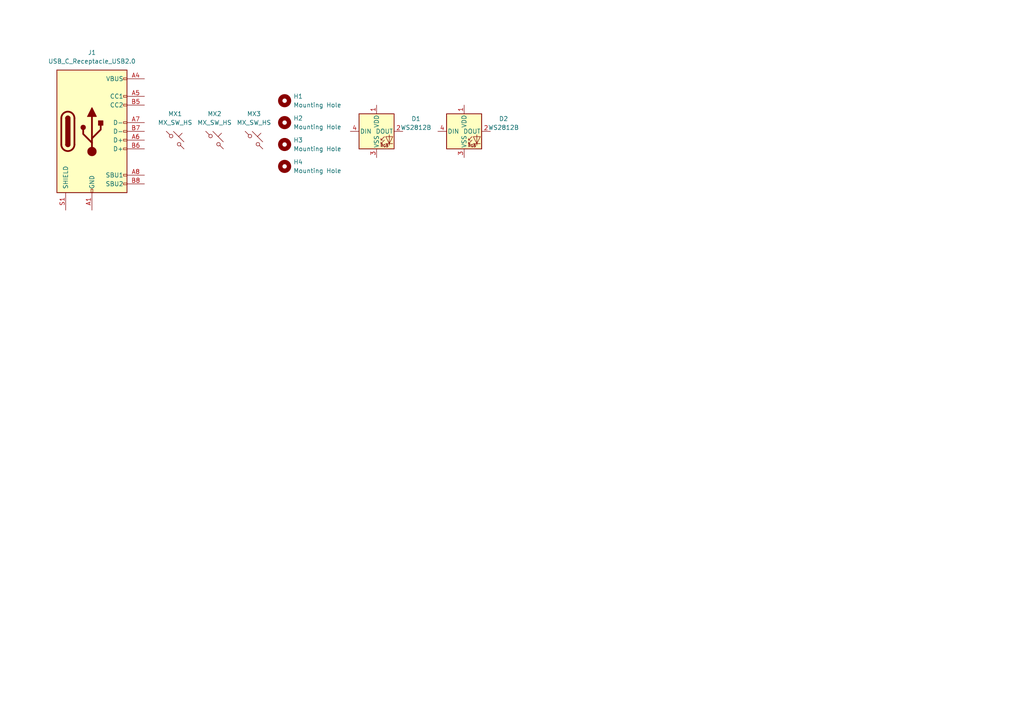
<source format=kicad_sch>
(kicad_sch (version 20230121) (generator eeschema)
  (paper "A4")
  (lib_symbols
    (symbol "Connector:USB_C_Receptacle_USB2.0" (pin_names (offset 1.016))
      (property "Reference" "J" (at -10.16 19.05 0))
      (property "Value" "USB_C_Receptacle_USB2.0" (at 19.05 19.05 0))
      (symbol "USB_C_Receptacle_USB2.0_0_0"
        (rectangle (start -0.254 -17.78) (end 0.254 -16.764))
        (rectangle (start 10.16 -14.986) (end 9.144 -15.494))
        (rectangle (start 10.16 -12.446) (end 9.144 -12.954))
        (rectangle (start 10.16 -4.826) (end 9.144 -5.334))
        (rectangle (start 10.16 -2.286) (end 9.144 -2.794))
        (rectangle (start 10.16 0.254) (end 9.144 -0.254))
        (rectangle (start 10.16 2.794) (end 9.144 2.286))
        (rectangle (start 10.16 7.874) (end 9.144 7.366))
        (rectangle (start 10.16 10.414) (end 9.144 9.906))
        (rectangle (start 10.16 15.494) (end 9.144 14.986))
      )
      (symbol "USB_C_Receptacle_USB2.0_0_1"
        (rectangle (start -10.16 17.78) (end 10.16 -17.78) (stroke (width 0.254)) (fill (type background)))
        (arc (start -8.89 -3.81) (mid -6.985 -5.7067) (end -5.08 -3.81) (stroke (width 0.508)))
        (arc (start -7.62 -3.81) (mid -6.985 -4.4423) (end -6.35 -3.81) (stroke (width 0.254)))
        (arc (start -7.62 -3.81) (mid -6.985 -4.4423) (end -6.35 -3.81) (stroke (width 0.254)) (fill (type outline)))
        (rectangle (start -7.62 -3.81) (end -6.35 3.81) (stroke (width 0.254)) (fill (type outline)))
        (arc (start -6.35 3.81) (mid -6.985 4.4423) (end -7.62 3.81) (stroke (width 0.254)))
        (arc (start -6.35 3.81) (mid -6.985 4.4423) (end -7.62 3.81) (stroke (width 0.254)) (fill (type outline)))
        (arc (start -5.08 3.81) (mid -6.985 5.7067) (end -8.89 3.81) (stroke (width 0.508)))
        (circle (center -2.54 1.143) (radius 0.635) (stroke (width 0.254)) (fill (type outline)))
        (circle (center 0 -5.842) (radius 1.27) (fill (type outline)))
        (polyline (pts (xy -8.89 -3.81) (xy -8.89 3.81)) (stroke (width 0.508)))
        (polyline (pts (xy -5.08 3.81) (xy -5.08 -3.81)) (stroke (width 0.508)))
        (polyline (pts (xy 0 -5.842) (xy 0 4.318)) (stroke (width 0.508)))
        (polyline (pts (xy 0 -3.302) (xy -2.54 -0.762) (xy -2.54 0.508)) (stroke (width 0.508)))
        (polyline (pts (xy 0 -2.032) (xy 2.54 0.508) (xy 2.54 1.778)) (stroke (width 0.508)))
        (polyline (pts (xy -1.27 4.318) (xy 0 6.858) (xy 1.27 4.318) (xy -1.27 4.318)) (stroke (width 0.254)) (fill (type outline)))
        (rectangle (start 1.905 1.778) (end 3.175 3.048) (stroke (width 0.254)) (fill (type outline)))
      )
      (symbol "USB_C_Receptacle_USB2.0_1_1"
        (pin passive line (at 0 -22.86 90) (length 5.08) (name "GND") (number "A1"))
        (pin passive line (at 0 -22.86 90) (length 5.08) hide (name "GND") (number "A12"))
        (pin passive line (at 15.24 15.24 180) (length 5.08) (name "VBUS") (number "A4"))
        (pin bidirectional line (at 15.24 10.16 180) (length 5.08) (name "CC1") (number "A5"))
        (pin bidirectional line (at 15.24 -2.54 180) (length 5.08) (name "D+") (number "A6"))
        (pin bidirectional line (at 15.24 2.54 180) (length 5.08) (name "D-") (number "A7"))
        (pin bidirectional line (at 15.24 -12.7 180) (length 5.08) (name "SBU1") (number "A8"))
        (pin passive line (at 15.24 15.24 180) (length 5.08) hide (name "VBUS") (number "A9"))
        (pin passive line (at 0 -22.86 90) (length 5.08) hide (name "GND") (number "B1"))
        (pin passive line (at 0 -22.86 90) (length 5.08) hide (name "GND") (number "B12"))
        (pin passive line (at 15.24 15.24 180) (length 5.08) hide (name "VBUS") (number "B4"))
        (pin bidirectional line (at 15.24 7.62 180) (length 5.08) (name "CC2") (number "B5"))
        (pin bidirectional line (at 15.24 -5.08 180) (length 5.08) (name "D+") (number "B6"))
        (pin bidirectional line (at 15.24 0 180) (length 5.08) (name "D-") (number "B7"))
        (pin bidirectional line (at 15.24 -15.24 180) (length 5.08) (name "SBU2") (number "B8"))
        (pin passive line (at 15.24 15.24 180) (length 5.08) hide (name "VBUS") (number "B9"))
        (pin passive line (at -7.62 -22.86 90) (length 5.08) (name "SHIELD") (number "S1"))
      )
    )
    (symbol "LED:WS2812B" (pin_names (offset 0.254))
      (property "Reference" "D" (at 5.08 5.715 0))
      (property "Value" "WS2812B" (at 1.27 -5.715 0))
      (symbol "WS2812B_0_0"
        (text "RGB" (at 2.286 -4.191 0) (effects (font (size 0.762 0.762))))
      )
      (symbol "WS2812B_0_1"
        (polyline (pts (xy 1.27 -3.556) (xy 1.778 -3.556)))
        (polyline (pts (xy 1.27 -2.54) (xy 1.778 -2.54)))
        (polyline (pts (xy 4.699 -3.556) (xy 2.667 -3.556)))
        (polyline (pts (xy 2.286 -2.54) (xy 1.27 -3.556) (xy 1.27 -3.048)))
        (polyline (pts (xy 2.286 -1.524) (xy 1.27 -2.54) (xy 1.27 -2.032)))
        (polyline (pts (xy 3.683 -1.016) (xy 3.683 -3.556) (xy 3.683 -4.064)))
        (polyline (pts (xy 4.699 -1.524) (xy 2.667 -1.524) (xy 3.683 -3.556) (xy 4.699 -1.524)))
        (rectangle (start 5.08 5.08) (end -5.08 -5.08) (stroke (width 0.254)) (fill (type background)))
      )
      (symbol "WS2812B_1_1"
        (pin power_in line (at 0 7.62 270) (length 2.54) (name "VDD") (number "1"))
        (pin output line (at 7.62 0 180) (length 2.54) (name "DOUT") (number "2"))
        (pin power_in line (at 0 -7.62 90) (length 2.54) (name "VSS") (number "3"))
        (pin input line (at -7.62 0 0) (length 2.54) (name "DIN") (number "4"))
      )
    )
    (symbol "Mechanical:MountingHole" (pin_names (offset 1.016))
      (property "Reference" "H" (at 0 5.08 0))
      (property "Value" "MountingHole" (at 0 3.175 0))
      (symbol "MountingHole_0_1"
        (circle (center 0 0) (radius 1.27) (stroke (width 1.27)))
      )
    )
    (symbol "PCM_marbastlib-mx:MX_SW_HS" (pin_numbers hide) (pin_names (offset 1.016) hide)
      (property "Reference" "MX" (at 3.048 1.016 0))
      (property "Value" "MX_SW_HS" (at 0 -3.81 0))
      (symbol "MX_SW_HS_0_1"
        (circle (center -1.1684 1.1684) (radius 0.508))
        (polyline (pts (xy -0.508 2.54) (xy 2.54 -0.508)))
        (polyline (pts (xy 1.016 1.016) (xy 2.032 2.032)))
        (polyline (pts (xy -2.54 2.54) (xy -1.524 1.524) (xy -1.524 1.524)))
        (polyline (pts (xy 1.524 -1.524) (xy 2.54 -2.54) (xy 2.54 -2.54) (xy 2.54 -2.54)))
        (circle (center 1.143 -1.1938) (radius 0.508))
        (pin passive line (at -2.54 2.54 0) (length 0) (name "1") (number "1"))
        (pin passive line (at 2.54 -2.54 180) (length 0) (name "2") (number "2"))
      )
    )
  )
  (symbol (lib_id "LED:WS2812B") (at 134.62 38.1 0) (unit 1)
    (property "Reference" "D2" (at 146.05 34.4521 0))
    (property "Value" "WS2812B" (at 146.05 36.9921 0))
    (property "Footprint" "LED_SMD:LED_WS2812B_PLCC4_5.0x5.0mm_P3.2mm" (effects hide))
    (property "Datasheet" "https://cdn-shop.adafruit.com/datasheets/WS2812B.pdf" (effects hide))
  )
  (symbol (lib_id "LED:WS2812B") (at 109.22 38.1 0) (unit 1)
    (property "Reference" "D1" (at 120.65 34.4521 0))
    (property "Value" "WS2812B" (at 120.65 36.9921 0))
    (property "Footprint" "LED_SMD:LED_WS2812B_PLCC4_5.0x5.0mm_P3.2mm" (effects hide))
    (property "Datasheet" "https://cdn-shop.adafruit.com/datasheets/WS2812B.pdf" (effects hide))
  )
  (symbol (lib_id "PCM_marbastlib-mx:MX_SW_HS") (at 50.8 40.64 0) (unit 1)
    (property "Reference" "MX1" (at 50.8 33.02 0))
    (property "Value" "MX_SW_HS" (at 50.8 35.56 0))
    (property "Footprint" "PCM_marbastlib-mx:SW_MX_HS_1u" (effects hide))
  )
  (symbol (lib_id "Mechanical:MountingHole") (at 82.55 48.26 0) (unit 1)
    (property "Reference" "H4" (at 85.09 46.99 0) (effects (justify left)))
    (property "Value" "Mounting Hole" (at 85.09 49.53 0) (effects (justify left)))
    (property "Footprint" "MountingHole:MountingHole_3.5mm_Pad" (effects hide))
  )
  (symbol (lib_id "Mechanical:MountingHole") (at 82.55 41.91 0) (unit 1)
    (property "Reference" "H3" (at 85.09 40.64 0) (effects (justify left)))
    (property "Value" "Mounting Hole" (at 85.09 43.18 0) (effects (justify left)))
    (property "Footprint" "MountingHole:MountingHole_3.5mm_Pad" (effects hide))
  )
  (symbol (lib_id "Mechanical:MountingHole") (at 82.55 29.21 0) (unit 1)
    (property "Reference" "H1" (at 85.09 27.94 0) (effects (justify left)))
    (property "Value" "Mounting Hole" (at 85.09 30.48 0) (effects (justify left)))
    (property "Footprint" "MountingHole:MountingHole_3.5mm_Pad" (effects hide))
  )
  (symbol (lib_id "Connector:USB_C_Receptacle_USB2.0") (at 26.67 38.1 0) (unit 1)
    (property "Reference" "J1" (at 26.67 15.24 0))
    (property "Value" "USB_C_Receptacle_USB2.0" (at 26.67 17.78 0))
    (property "Footprint" "PCM_marbastlib-various:USB_C_Receptacle_HRO_TYPE-C-31-M-12" (effects hide))
    (property "Datasheet" "https://www.usb.org/sites/default/files/documents/usb_type-c.zip" (effects hide))
  )
  (symbol (lib_id "PCM_marbastlib-mx:MX_SW_HS") (at 62.23 40.64 0) (unit 1)
    (property "Reference" "MX2" (at 62.23 33.02 0))
    (property "Value" "MX_SW_HS" (at 62.23 35.56 0))
    (property "Footprint" "PCM_marbastlib-mx:SW_MX_HS_1u" (effects hide))
  )
  (symbol (lib_id "PCM_marbastlib-mx:MX_SW_HS") (at 73.66 40.64 0) (unit 1)
    (property "Reference" "MX3" (at 73.66 33.02 0))
    (property "Value" "MX_SW_HS" (at 73.66 35.56 0))
    (property "Footprint" "PCM_marbastlib-mx:SW_MX_HS_1u" (effects hide))
  )
  (symbol (lib_id "Mechanical:MountingHole") (at 82.55 35.56 0) (unit 1)
    (property "Reference" "H2" (at 85.09 34.29 0) (effects (justify left)))
    (property "Value" "Mounting Hole" (at 85.09 36.83 0) (effects (justify left)))
    (property "Footprint" "MountingHole:MountingHole_3.5mm_Pad" (effects hide))
  )
)
</source>
